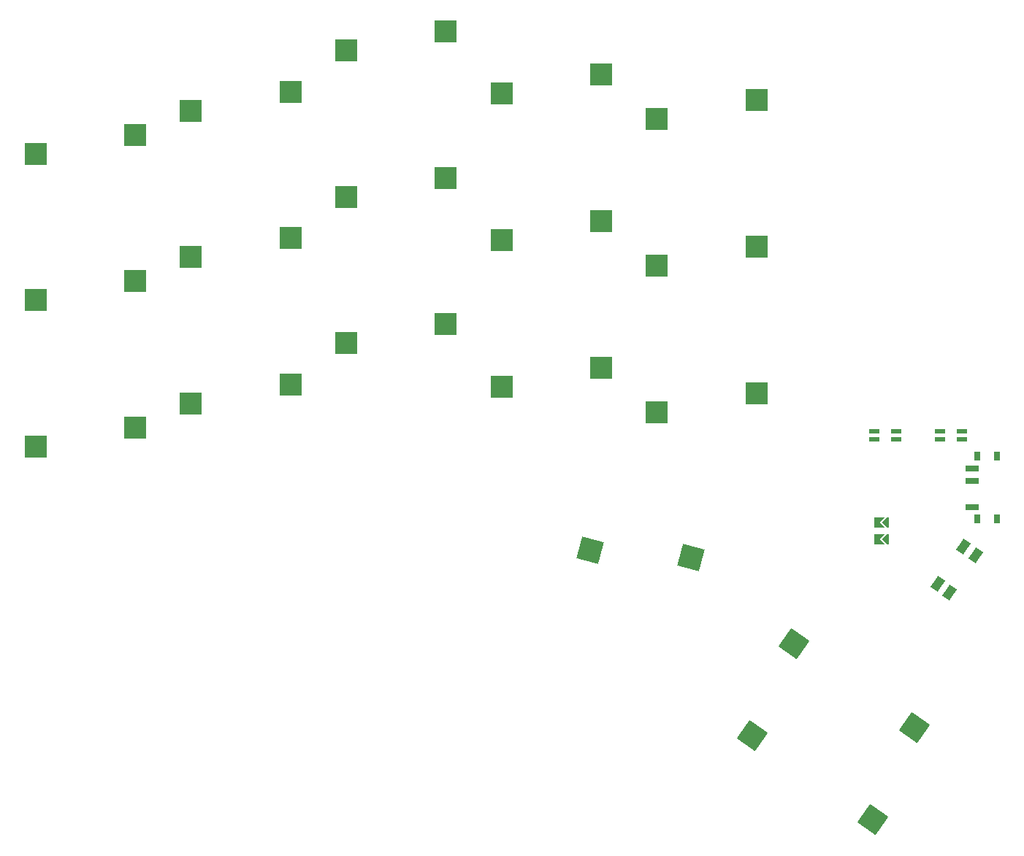
<source format=gbr>
%TF.GenerationSoftware,KiCad,Pcbnew,9.0.0*%
%TF.CreationDate,2025-03-13T17:07:21-04:00*%
%TF.ProjectId,Tenebra,54656e65-6272-4612-9e6b-696361645f70,v1.0.0*%
%TF.SameCoordinates,Original*%
%TF.FileFunction,Paste,Top*%
%TF.FilePolarity,Positive*%
%FSLAX46Y46*%
G04 Gerber Fmt 4.6, Leading zero omitted, Abs format (unit mm)*
G04 Created by KiCad (PCBNEW 9.0.0) date 2025-03-13 17:07:21*
%MOMM*%
%LPD*%
G01*
G04 APERTURE LIST*
G04 Aperture macros list*
%AMRotRect*
0 Rectangle, with rotation*
0 The origin of the aperture is its center*
0 $1 length*
0 $2 width*
0 $3 Rotation angle, in degrees counterclockwise*
0 Add horizontal line*
21,1,$1,$2,0,0,$3*%
%AMFreePoly0*
4,1,6,0.600000,-1.000000,0.000000,-0.400000,-0.600000,-1.000000,-0.600000,0.250000,0.600000,0.250000,0.600000,-1.000000,0.600000,-1.000000,$1*%
%AMFreePoly1*
4,1,6,0.600000,-0.200000,0.600000,-0.400000,-0.600000,-0.400000,-0.600000,-0.200000,0.000000,0.400000,0.600000,-0.200000,0.600000,-0.200000,$1*%
G04 Aperture macros list end*
%ADD10R,2.600000X2.600000*%
%ADD11RotRect,2.600000X2.600000X55.000000*%
%ADD12FreePoly0,90.000000*%
%ADD13FreePoly1,90.000000*%
%ADD14RotRect,1.550000X1.000000X55.000000*%
%ADD15R,0.800000X1.000000*%
%ADD16R,1.500000X0.700000*%
%ADD17R,1.200000X0.600000*%
%ADD18RotRect,2.600000X2.600000X345.000000*%
G04 APERTURE END LIST*
D10*
%TO.C,S9*%
X139275000Y-48050000D03*
X127725000Y-50250000D03*
%TD*%
D11*
%TO.C,S17*%
X179642812Y-119051650D03*
X174820139Y-129774725D03*
%TD*%
D12*
%TO.C,JST1*%
X189184000Y-105000000D03*
X189184000Y-107000000D03*
D13*
X190200000Y-105000000D03*
X190200000Y-107000000D03*
%TD*%
D14*
%TO.C,RST1*%
X197690641Y-113137814D03*
X196298083Y-112162734D03*
X200701917Y-108837266D03*
X199309359Y-107862186D03*
%TD*%
D10*
%TO.C,S4*%
X121275000Y-89050000D03*
X109725000Y-91250000D03*
%TD*%
%TO.C,S12*%
X157275000Y-53050000D03*
X145725000Y-55250000D03*
%TD*%
%TO.C,S1*%
X103275000Y-94050000D03*
X91725000Y-96250000D03*
%TD*%
%TO.C,S15*%
X175275000Y-56050000D03*
X163725000Y-58250000D03*
%TD*%
%TO.C,S6*%
X121275000Y-55050000D03*
X109725000Y-57250000D03*
%TD*%
%TO.C,S14*%
X175275000Y-73050000D03*
X163725000Y-75250000D03*
%TD*%
%TO.C,S10*%
X157275000Y-87050000D03*
X145725000Y-89250000D03*
%TD*%
%TO.C,S8*%
X139275000Y-65050000D03*
X127725000Y-67250000D03*
%TD*%
%TO.C,S11*%
X157275000Y-70050000D03*
X145725000Y-72250000D03*
%TD*%
%TO.C,S13*%
X175275000Y-90050000D03*
X163725000Y-92250000D03*
%TD*%
%TO.C,S2*%
X103275000Y-77050000D03*
X91725000Y-79250000D03*
%TD*%
%TO.C,S7*%
X139275000Y-82050000D03*
X127725000Y-84250000D03*
%TD*%
%TO.C,S3*%
X103275000Y-60050000D03*
X91725000Y-62250000D03*
%TD*%
D11*
%TO.C,S18*%
X193568397Y-128802449D03*
X188745724Y-139525524D03*
%TD*%
D15*
%TO.C,PWR1*%
X200915000Y-97350000D03*
X200915000Y-104650000D03*
X203125000Y-97350000D03*
X203125000Y-104650000D03*
D16*
X200265000Y-103250000D03*
X200265000Y-100250000D03*
X200265000Y-98750000D03*
%TD*%
D10*
%TO.C,S5*%
X121275000Y-72050000D03*
X109725000Y-74250000D03*
%TD*%
D17*
%TO.C,DISP1*%
X188920000Y-95350000D03*
X191460000Y-95350000D03*
X196540000Y-95350000D03*
X199080000Y-95350000D03*
X188920000Y-94450000D03*
X191460000Y-94450000D03*
X196540000Y-94450000D03*
X199080000Y-94450000D03*
%TD*%
D18*
%TO.C,S16*%
X167703380Y-109100374D03*
X155977535Y-108236051D03*
%TD*%
M02*

</source>
